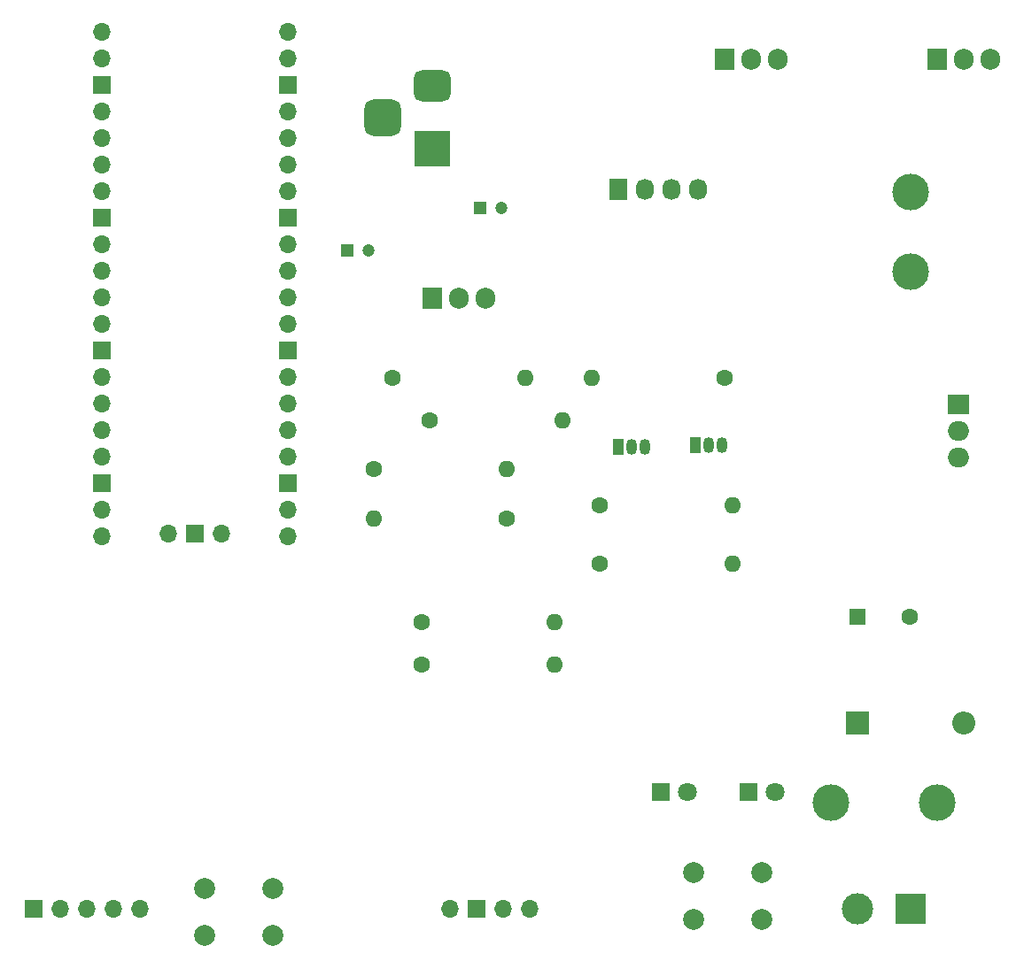
<source format=gbr>
%TF.GenerationSoftware,KiCad,Pcbnew,7.0.9-7.0.9~ubuntu22.04.1*%
%TF.CreationDate,2023-12-17T20:29:56+01:00*%
%TF.ProjectId,DC Load,4443204c-6f61-4642-9e6b-696361645f70,rev?*%
%TF.SameCoordinates,Original*%
%TF.FileFunction,Soldermask,Bot*%
%TF.FilePolarity,Negative*%
%FSLAX46Y46*%
G04 Gerber Fmt 4.6, Leading zero omitted, Abs format (unit mm)*
G04 Created by KiCad (PCBNEW 7.0.9-7.0.9~ubuntu22.04.1) date 2023-12-17 20:29:56*
%MOMM*%
%LPD*%
G01*
G04 APERTURE LIST*
G04 Aperture macros list*
%AMRoundRect*
0 Rectangle with rounded corners*
0 $1 Rounding radius*
0 $2 $3 $4 $5 $6 $7 $8 $9 X,Y pos of 4 corners*
0 Add a 4 corners polygon primitive as box body*
4,1,4,$2,$3,$4,$5,$6,$7,$8,$9,$2,$3,0*
0 Add four circle primitives for the rounded corners*
1,1,$1+$1,$2,$3*
1,1,$1+$1,$4,$5*
1,1,$1+$1,$6,$7*
1,1,$1+$1,$8,$9*
0 Add four rect primitives between the rounded corners*
20,1,$1+$1,$2,$3,$4,$5,0*
20,1,$1+$1,$4,$5,$6,$7,0*
20,1,$1+$1,$6,$7,$8,$9,0*
20,1,$1+$1,$8,$9,$2,$3,0*%
G04 Aperture macros list end*
%ADD10C,1.600000*%
%ADD11O,1.600000X1.600000*%
%ADD12C,2.000000*%
%ADD13R,1.800000X1.800000*%
%ADD14C,1.800000*%
%ADD15C,3.500000*%
%ADD16R,2.000000X1.905000*%
%ADD17O,2.000000X1.905000*%
%ADD18R,1.905000X2.000000*%
%ADD19O,1.905000X2.000000*%
%ADD20R,1.700000X1.700000*%
%ADD21O,1.700000X1.700000*%
%ADD22R,1.730000X2.030000*%
%ADD23O,1.730000X2.030000*%
%ADD24R,1.050000X1.500000*%
%ADD25O,1.050000X1.500000*%
%ADD26R,3.500000X3.500000*%
%ADD27RoundRect,0.750000X-1.000000X0.750000X-1.000000X-0.750000X1.000000X-0.750000X1.000000X0.750000X0*%
%ADD28RoundRect,0.875000X-0.875000X0.875000X-0.875000X-0.875000X0.875000X-0.875000X0.875000X0.875000X0*%
%ADD29R,1.600000X1.600000*%
%ADD30R,1.200000X1.200000*%
%ADD31C,1.200000*%
%ADD32R,2.200000X2.200000*%
%ADD33O,2.200000X2.200000*%
%ADD34C,3.000000*%
%ADD35R,3.000000X3.000000*%
G04 APERTURE END LIST*
D10*
%TO.C,R4*%
X154940000Y-71120000D03*
D11*
X142240000Y-71120000D03*
%TD*%
D12*
%TO.C,SW1*%
X151996000Y-118436000D03*
X158496000Y-118436000D03*
X151996000Y-122936000D03*
X158496000Y-122936000D03*
%TD*%
D13*
%TO.C,D3*%
X148844000Y-110744000D03*
D14*
X151384000Y-110744000D03*
%TD*%
D10*
%TO.C,R9*%
X143002000Y-88900000D03*
D11*
X155702000Y-88900000D03*
%TD*%
D13*
%TO.C,D2*%
X157221000Y-110744000D03*
D14*
X159761000Y-110744000D03*
%TD*%
D10*
%TO.C,R7*%
X126746000Y-75184000D03*
D11*
X139446000Y-75184000D03*
%TD*%
D15*
%TO.C,J5*%
X172720000Y-53340000D03*
%TD*%
D10*
%TO.C,R3*%
X123190000Y-71120000D03*
D11*
X135890000Y-71120000D03*
%TD*%
D15*
%TO.C,J4*%
X175260000Y-111760000D03*
%TD*%
D10*
%TO.C,R6*%
X125984000Y-94488000D03*
D11*
X138684000Y-94488000D03*
%TD*%
D10*
%TO.C,R10*%
X121412000Y-79832000D03*
D11*
X134112000Y-79832000D03*
%TD*%
D16*
%TO.C,Q3*%
X177292000Y-73660000D03*
D17*
X177292000Y-76200000D03*
X177292000Y-78740000D03*
%TD*%
D18*
%TO.C,Q1*%
X154940000Y-40640000D03*
D19*
X157480000Y-40640000D03*
X160020000Y-40640000D03*
%TD*%
D20*
%TO.C,J8*%
X88900000Y-121920000D03*
D21*
X91440000Y-121920000D03*
X93980000Y-121920000D03*
X96520000Y-121920000D03*
X99060000Y-121920000D03*
%TD*%
%TO.C,U2*%
X95435000Y-37970000D03*
X95435000Y-40510000D03*
D20*
X95435000Y-43050000D03*
D21*
X95435000Y-45590000D03*
X95435000Y-48130000D03*
X95435000Y-50670000D03*
X95435000Y-53210000D03*
D20*
X95435000Y-55750000D03*
D21*
X95435000Y-58290000D03*
X95435000Y-60830000D03*
X95435000Y-63370000D03*
X95435000Y-65910000D03*
D20*
X95435000Y-68450000D03*
D21*
X95435000Y-70990000D03*
X95435000Y-73530000D03*
X95435000Y-76070000D03*
X95435000Y-78610000D03*
D20*
X95435000Y-81150000D03*
D21*
X95435000Y-83690000D03*
X95435000Y-86230000D03*
X113215000Y-86230000D03*
X113215000Y-83690000D03*
D20*
X113215000Y-81150000D03*
D21*
X113215000Y-78610000D03*
X113215000Y-76070000D03*
X113215000Y-73530000D03*
X113215000Y-70990000D03*
D20*
X113215000Y-68450000D03*
D21*
X113215000Y-65910000D03*
X113215000Y-63370000D03*
X113215000Y-60830000D03*
X113215000Y-58290000D03*
D20*
X113215000Y-55750000D03*
D21*
X113215000Y-53210000D03*
X113215000Y-50670000D03*
X113215000Y-48130000D03*
X113215000Y-45590000D03*
D20*
X113215000Y-43050000D03*
D21*
X113215000Y-40510000D03*
X113215000Y-37970000D03*
X101785000Y-86000000D03*
D20*
X104325000Y-86000000D03*
D21*
X106865000Y-86000000D03*
%TD*%
D22*
%TO.C,M1*%
X144780000Y-53040000D03*
D23*
X147320000Y-53040000D03*
X149860000Y-53040000D03*
X152400000Y-53040000D03*
%TD*%
D15*
%TO.C,J7*%
X165100000Y-111760000D03*
%TD*%
D24*
%TO.C,Q5*%
X152146000Y-77576000D03*
D25*
X153416000Y-77576000D03*
X154686000Y-77576000D03*
%TD*%
D12*
%TO.C,SW2*%
X105260000Y-119960000D03*
X111760000Y-119960000D03*
X105260000Y-124460000D03*
X111760000Y-124460000D03*
%TD*%
D26*
%TO.C,J3*%
X127000000Y-49180000D03*
D27*
X127000000Y-43180000D03*
D28*
X122300000Y-46180000D03*
%TD*%
D29*
%TO.C,C3*%
X167640000Y-93980000D03*
D10*
X172640000Y-93980000D03*
%TD*%
D30*
%TO.C,C4*%
X118904000Y-58928000D03*
D31*
X120904000Y-58928000D03*
%TD*%
D21*
%TO.C,J1*%
X136388000Y-121920000D03*
X133848000Y-121920000D03*
D20*
X131308000Y-121920000D03*
D21*
X128768000Y-121920000D03*
%TD*%
D10*
%TO.C,R5*%
X125984000Y-98552000D03*
D11*
X138684000Y-98552000D03*
%TD*%
D15*
%TO.C,J6*%
X172720000Y-60960000D03*
%TD*%
D18*
%TO.C,Q2*%
X175260000Y-40640000D03*
D19*
X177800000Y-40640000D03*
X180340000Y-40640000D03*
%TD*%
D32*
%TO.C,D1*%
X167640000Y-104140000D03*
D33*
X177800000Y-104140000D03*
%TD*%
D34*
%TO.C,J2*%
X167640000Y-121920000D03*
D35*
X172720000Y-121920000D03*
%TD*%
D30*
%TO.C,C2*%
X131632888Y-54864000D03*
D31*
X133632888Y-54864000D03*
%TD*%
D10*
%TO.C,R8*%
X143002000Y-83312000D03*
D11*
X155702000Y-83312000D03*
%TD*%
D10*
%TO.C,R11*%
X134112000Y-84582000D03*
D11*
X121412000Y-84582000D03*
%TD*%
D18*
%TO.C,U1*%
X127000000Y-63500000D03*
D19*
X129540000Y-63500000D03*
X132080000Y-63500000D03*
%TD*%
D24*
%TO.C,Q4*%
X144780000Y-77724000D03*
D25*
X146050000Y-77724000D03*
X147320000Y-77724000D03*
%TD*%
M02*

</source>
